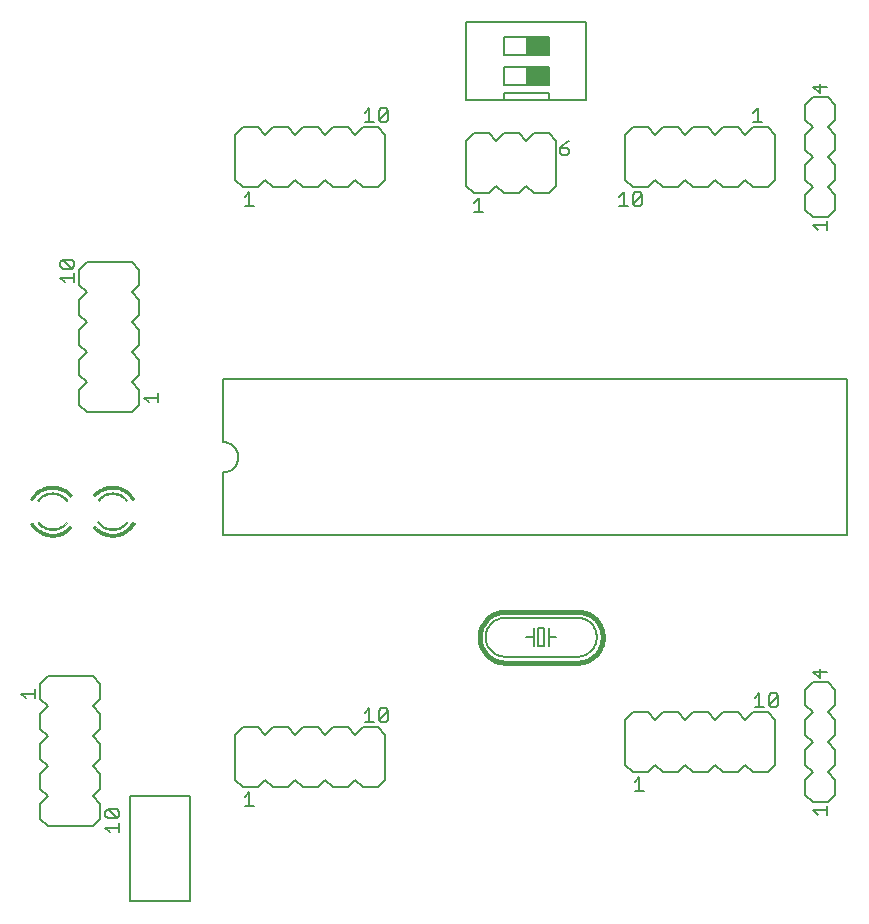
<source format=gto>
G75*
G70*
%OFA0B0*%
%FSLAX24Y24*%
%IPPOS*%
%LPD*%
%AMOC8*
5,1,8,0,0,1.08239X$1,22.5*
%
%ADD10C,0.0060*%
%ADD11R,0.0750X0.0600*%
%ADD12C,0.0160*%
%ADD13C,0.0050*%
%ADD14C,0.0010*%
D10*
X002541Y003150D02*
X002291Y003400D01*
X002291Y003900D01*
X002541Y004150D01*
X002291Y004400D01*
X002291Y004900D01*
X002541Y005150D01*
X002291Y005400D01*
X002291Y005900D01*
X002541Y006150D01*
X002291Y006400D01*
X002291Y006900D01*
X002541Y007150D01*
X002291Y007400D01*
X002291Y007900D01*
X002541Y008150D01*
X004041Y008150D01*
X004291Y007900D01*
X004291Y007400D01*
X004041Y007150D01*
X004291Y006900D01*
X004291Y006400D01*
X004041Y006150D01*
X004291Y005900D01*
X004291Y005400D01*
X004041Y005150D01*
X004291Y004900D01*
X004291Y004400D01*
X004041Y004150D01*
X004291Y003900D01*
X004291Y003400D01*
X004041Y003150D01*
X002541Y003150D01*
X008791Y004700D02*
X009041Y004450D01*
X009541Y004450D01*
X009791Y004700D01*
X010041Y004450D01*
X010541Y004450D01*
X010791Y004700D01*
X011041Y004450D01*
X011541Y004450D01*
X011791Y004700D01*
X012041Y004450D01*
X012541Y004450D01*
X012791Y004700D01*
X013041Y004450D01*
X013541Y004450D01*
X013791Y004700D01*
X013791Y006200D01*
X013541Y006450D01*
X013041Y006450D01*
X012791Y006200D01*
X012541Y006450D01*
X012041Y006450D01*
X011791Y006200D01*
X011541Y006450D01*
X011041Y006450D01*
X010791Y006200D01*
X010541Y006450D01*
X010041Y006450D01*
X009791Y006200D01*
X009541Y006450D01*
X009041Y006450D01*
X008791Y006200D01*
X008791Y004700D01*
X008391Y012850D02*
X029191Y012850D01*
X029191Y018050D01*
X008391Y018050D01*
X008391Y015950D01*
X008435Y015948D01*
X008478Y015942D01*
X008520Y015933D01*
X008562Y015920D01*
X008602Y015903D01*
X008641Y015883D01*
X008678Y015860D01*
X008712Y015833D01*
X008745Y015804D01*
X008774Y015771D01*
X008801Y015737D01*
X008824Y015700D01*
X008844Y015661D01*
X008861Y015621D01*
X008874Y015579D01*
X008883Y015537D01*
X008889Y015494D01*
X008891Y015450D01*
X008889Y015406D01*
X008883Y015363D01*
X008874Y015321D01*
X008861Y015279D01*
X008844Y015239D01*
X008824Y015200D01*
X008801Y015163D01*
X008774Y015129D01*
X008745Y015096D01*
X008712Y015067D01*
X008678Y015040D01*
X008641Y015017D01*
X008602Y014997D01*
X008562Y014980D01*
X008520Y014967D01*
X008478Y014958D01*
X008435Y014952D01*
X008391Y014950D01*
X008391Y012850D01*
X005341Y016950D02*
X005591Y017200D01*
X005591Y017700D01*
X005341Y017950D01*
X005591Y018200D01*
X005591Y018700D01*
X005341Y018950D01*
X005591Y019200D01*
X005591Y019700D01*
X005341Y019950D01*
X005591Y020200D01*
X005591Y020700D01*
X005341Y020950D01*
X005591Y021200D01*
X005591Y021700D01*
X005341Y021950D01*
X003841Y021950D01*
X003591Y021700D01*
X003591Y021200D01*
X003841Y020950D01*
X003591Y020700D01*
X003591Y020200D01*
X003841Y019950D01*
X003591Y019700D01*
X003591Y019200D01*
X003841Y018950D01*
X003591Y018700D01*
X003591Y018200D01*
X003841Y017950D01*
X003591Y017700D01*
X003591Y017200D01*
X003841Y016950D01*
X005341Y016950D01*
X009041Y024450D02*
X009541Y024450D01*
X009791Y024700D01*
X010041Y024450D01*
X010541Y024450D01*
X010791Y024700D01*
X011041Y024450D01*
X011541Y024450D01*
X011791Y024700D01*
X012041Y024450D01*
X012541Y024450D01*
X012791Y024700D01*
X013041Y024450D01*
X013541Y024450D01*
X013791Y024700D01*
X013791Y026200D01*
X013541Y026450D01*
X013041Y026450D01*
X012791Y026200D01*
X012541Y026450D01*
X012041Y026450D01*
X011791Y026200D01*
X011541Y026450D01*
X011041Y026450D01*
X010791Y026200D01*
X010541Y026450D01*
X010041Y026450D01*
X009791Y026200D01*
X009541Y026450D01*
X009041Y026450D01*
X008791Y026200D01*
X008791Y024700D01*
X009041Y024450D01*
X016491Y024500D02*
X016741Y024250D01*
X017241Y024250D01*
X017491Y024500D01*
X017741Y024250D01*
X018241Y024250D01*
X018491Y024500D01*
X018741Y024250D01*
X019241Y024250D01*
X019491Y024500D01*
X019491Y026000D01*
X019241Y026250D01*
X018741Y026250D01*
X018491Y026000D01*
X018241Y026250D01*
X017741Y026250D01*
X017491Y026000D01*
X017241Y026250D01*
X016741Y026250D01*
X016491Y026000D01*
X016491Y024500D01*
X016491Y027350D02*
X017741Y027350D01*
X017741Y027600D01*
X019241Y027600D01*
X019241Y027350D01*
X020491Y027350D01*
X020491Y029950D01*
X016491Y029950D01*
X016491Y027350D01*
X017741Y027350D02*
X019241Y027350D01*
X019241Y027850D02*
X019241Y028450D01*
X017741Y028450D01*
X017741Y027850D01*
X019241Y027850D01*
X019241Y028850D02*
X019241Y029450D01*
X017741Y029450D01*
X017741Y028850D01*
X019241Y028850D01*
X021791Y026200D02*
X022041Y026450D01*
X022541Y026450D01*
X022791Y026200D01*
X023041Y026450D01*
X023541Y026450D01*
X023791Y026200D01*
X024041Y026450D01*
X024541Y026450D01*
X024791Y026200D01*
X025041Y026450D01*
X025541Y026450D01*
X025791Y026200D01*
X026041Y026450D01*
X026541Y026450D01*
X026791Y026200D01*
X026791Y024700D01*
X026541Y024450D01*
X026041Y024450D01*
X025791Y024700D01*
X025541Y024450D01*
X025041Y024450D01*
X024791Y024700D01*
X024541Y024450D01*
X024041Y024450D01*
X023791Y024700D01*
X023541Y024450D01*
X023041Y024450D01*
X022791Y024700D01*
X022541Y024450D01*
X022041Y024450D01*
X021791Y024700D01*
X021791Y026200D01*
X027791Y026200D02*
X027791Y025700D01*
X028041Y025450D01*
X027791Y025200D01*
X027791Y024700D01*
X028041Y024450D01*
X027791Y024200D01*
X027791Y023700D01*
X028041Y023450D01*
X028541Y023450D01*
X028791Y023700D01*
X028791Y024200D01*
X028541Y024450D01*
X028791Y024700D01*
X028791Y025200D01*
X028541Y025450D01*
X028791Y025700D01*
X028791Y026200D01*
X028541Y026450D01*
X028791Y026700D01*
X028791Y027200D01*
X028541Y027450D01*
X028041Y027450D01*
X027791Y027200D01*
X027791Y026700D01*
X028041Y026450D01*
X027791Y026200D01*
X020191Y010100D02*
X017791Y010100D01*
X017741Y010098D01*
X017692Y010092D01*
X017643Y010083D01*
X017595Y010070D01*
X017548Y010053D01*
X017503Y010033D01*
X017459Y010009D01*
X017417Y009982D01*
X017377Y009951D01*
X017340Y009918D01*
X017306Y009882D01*
X017274Y009844D01*
X017245Y009803D01*
X017220Y009761D01*
X017198Y009716D01*
X017179Y009670D01*
X017164Y009622D01*
X017153Y009574D01*
X017145Y009525D01*
X017141Y009475D01*
X017141Y009425D01*
X017145Y009375D01*
X017153Y009326D01*
X017164Y009278D01*
X017179Y009230D01*
X017198Y009184D01*
X017220Y009139D01*
X017245Y009097D01*
X017274Y009056D01*
X017306Y009018D01*
X017340Y008982D01*
X017377Y008949D01*
X017417Y008918D01*
X017459Y008891D01*
X017503Y008867D01*
X017548Y008847D01*
X017595Y008830D01*
X017643Y008817D01*
X017692Y008808D01*
X017741Y008802D01*
X017791Y008800D01*
X020191Y008800D01*
X020241Y008802D01*
X020290Y008808D01*
X020339Y008817D01*
X020387Y008830D01*
X020434Y008847D01*
X020479Y008867D01*
X020523Y008891D01*
X020565Y008918D01*
X020605Y008949D01*
X020642Y008982D01*
X020676Y009018D01*
X020708Y009056D01*
X020737Y009097D01*
X020762Y009139D01*
X020784Y009184D01*
X020803Y009230D01*
X020818Y009278D01*
X020829Y009326D01*
X020837Y009375D01*
X020841Y009425D01*
X020841Y009475D01*
X020837Y009525D01*
X020829Y009574D01*
X020818Y009622D01*
X020803Y009670D01*
X020784Y009716D01*
X020762Y009761D01*
X020737Y009803D01*
X020708Y009844D01*
X020676Y009882D01*
X020642Y009918D01*
X020605Y009951D01*
X020565Y009982D01*
X020523Y010009D01*
X020479Y010033D01*
X020434Y010053D01*
X020387Y010070D01*
X020339Y010083D01*
X020290Y010092D01*
X020241Y010098D01*
X020191Y010100D01*
X019491Y009450D02*
X019241Y009450D01*
X019241Y009750D01*
X019091Y009750D02*
X019091Y009150D01*
X018891Y009150D01*
X018891Y009750D01*
X019091Y009750D01*
X019241Y009450D02*
X019241Y009150D01*
X018741Y009150D02*
X018741Y009450D01*
X018491Y009450D01*
X018741Y009450D02*
X018741Y009750D01*
X021791Y006700D02*
X021791Y005200D01*
X022041Y004950D01*
X022541Y004950D01*
X022791Y005200D01*
X023041Y004950D01*
X023541Y004950D01*
X023791Y005200D01*
X024041Y004950D01*
X024541Y004950D01*
X024791Y005200D01*
X025041Y004950D01*
X025541Y004950D01*
X025791Y005200D01*
X026041Y004950D01*
X026541Y004950D01*
X026791Y005200D01*
X026791Y006700D01*
X026541Y006950D01*
X026041Y006950D01*
X025791Y006700D01*
X025541Y006950D01*
X025041Y006950D01*
X024791Y006700D01*
X024541Y006950D01*
X024041Y006950D01*
X023791Y006700D01*
X023541Y006950D01*
X023041Y006950D01*
X022791Y006700D01*
X022541Y006950D01*
X022041Y006950D01*
X021791Y006700D01*
X027791Y006700D02*
X027791Y006200D01*
X028041Y005950D01*
X027791Y005700D01*
X027791Y005200D01*
X028041Y004950D01*
X027791Y004700D01*
X027791Y004200D01*
X028041Y003950D01*
X028541Y003950D01*
X028791Y004200D01*
X028791Y004700D01*
X028541Y004950D01*
X028791Y005200D01*
X028791Y005700D01*
X028541Y005950D01*
X028791Y006200D01*
X028791Y006700D01*
X028541Y006950D01*
X028791Y007200D01*
X028791Y007700D01*
X028541Y007950D01*
X028041Y007950D01*
X027791Y007700D01*
X027791Y007200D01*
X028041Y006950D01*
X027791Y006700D01*
D11*
X018866Y028150D03*
X018866Y029150D03*
D12*
X017791Y010300D02*
X020191Y010300D01*
X020248Y010298D01*
X020304Y010292D01*
X020360Y010283D01*
X020416Y010270D01*
X020470Y010253D01*
X020523Y010233D01*
X020574Y010209D01*
X020624Y010181D01*
X020672Y010151D01*
X020718Y010117D01*
X020761Y010080D01*
X020802Y010041D01*
X020840Y009999D01*
X020875Y009954D01*
X020907Y009907D01*
X020936Y009858D01*
X020962Y009808D01*
X020984Y009755D01*
X021003Y009702D01*
X021018Y009647D01*
X021029Y009591D01*
X021037Y009535D01*
X021041Y009478D01*
X021041Y009422D01*
X021037Y009365D01*
X021029Y009309D01*
X021018Y009253D01*
X021003Y009198D01*
X020984Y009145D01*
X020962Y009092D01*
X020936Y009042D01*
X020907Y008993D01*
X020875Y008946D01*
X020840Y008901D01*
X020802Y008859D01*
X020761Y008820D01*
X020718Y008783D01*
X020672Y008749D01*
X020624Y008719D01*
X020574Y008691D01*
X020523Y008667D01*
X020470Y008647D01*
X020416Y008630D01*
X020360Y008617D01*
X020304Y008608D01*
X020248Y008602D01*
X020191Y008600D01*
X017791Y008600D01*
X017734Y008602D01*
X017678Y008608D01*
X017622Y008617D01*
X017566Y008630D01*
X017512Y008647D01*
X017459Y008667D01*
X017408Y008691D01*
X017358Y008719D01*
X017310Y008749D01*
X017264Y008783D01*
X017221Y008820D01*
X017180Y008859D01*
X017142Y008901D01*
X017107Y008946D01*
X017075Y008993D01*
X017046Y009042D01*
X017020Y009092D01*
X016998Y009145D01*
X016979Y009198D01*
X016964Y009253D01*
X016953Y009309D01*
X016945Y009365D01*
X016941Y009422D01*
X016941Y009478D01*
X016945Y009535D01*
X016953Y009591D01*
X016964Y009647D01*
X016979Y009702D01*
X016998Y009755D01*
X017020Y009808D01*
X017046Y009858D01*
X017075Y009907D01*
X017107Y009954D01*
X017142Y009999D01*
X017180Y010041D01*
X017221Y010080D01*
X017264Y010117D01*
X017310Y010151D01*
X017358Y010181D01*
X017408Y010209D01*
X017459Y010233D01*
X017512Y010253D01*
X017566Y010270D01*
X017622Y010283D01*
X017678Y010292D01*
X017734Y010298D01*
X017791Y010300D01*
D13*
X013876Y007000D02*
X013876Y006700D01*
X013801Y006625D01*
X013651Y006625D01*
X013576Y006700D01*
X013876Y007000D01*
X013801Y007075D01*
X013651Y007075D01*
X013576Y007000D01*
X013576Y006700D01*
X013416Y006625D02*
X013116Y006625D01*
X013266Y006625D02*
X013266Y007075D01*
X013116Y006925D01*
X009266Y004275D02*
X009266Y003825D01*
X009116Y003825D02*
X009416Y003825D01*
X009116Y004125D02*
X009266Y004275D01*
X007291Y004150D02*
X007291Y000650D01*
X005291Y000650D01*
X005291Y004150D01*
X007291Y004150D01*
X004916Y003639D02*
X004916Y003489D01*
X004841Y003414D01*
X004540Y003714D01*
X004841Y003714D01*
X004916Y003639D01*
X004841Y003414D02*
X004540Y003414D01*
X004465Y003489D01*
X004465Y003639D01*
X004540Y003714D01*
X004916Y003254D02*
X004916Y002954D01*
X004916Y003104D02*
X004465Y003104D01*
X004615Y002954D01*
X002116Y007414D02*
X002116Y007714D01*
X002116Y007564D02*
X001665Y007564D01*
X001815Y007414D01*
X005915Y017275D02*
X005765Y017425D01*
X006216Y017425D01*
X006216Y017275D02*
X006216Y017575D01*
X003416Y021275D02*
X003416Y021575D01*
X003416Y021425D02*
X002965Y021425D01*
X003115Y021275D01*
X003040Y021735D02*
X002965Y021810D01*
X002965Y021960D01*
X003040Y022035D01*
X003341Y021735D01*
X003416Y021810D01*
X003416Y021960D01*
X003341Y022035D01*
X003040Y022035D01*
X003040Y021735D02*
X003341Y021735D01*
X009116Y023825D02*
X009416Y023825D01*
X009266Y023825D02*
X009266Y024275D01*
X009116Y024125D01*
X013116Y026625D02*
X013416Y026625D01*
X013266Y026625D02*
X013266Y027075D01*
X013116Y026925D01*
X013576Y027000D02*
X013576Y026700D01*
X013876Y027000D01*
X013876Y026700D01*
X013801Y026625D01*
X013651Y026625D01*
X013576Y026700D01*
X013576Y027000D02*
X013651Y027075D01*
X013801Y027075D01*
X013876Y027000D01*
X016916Y024075D02*
X016766Y023925D01*
X016916Y024075D02*
X016916Y023625D01*
X016766Y023625D02*
X017066Y023625D01*
X019616Y025600D02*
X019691Y025525D01*
X019841Y025525D01*
X019916Y025600D01*
X019916Y025675D01*
X019841Y025750D01*
X019616Y025750D01*
X019616Y025600D01*
X019616Y025750D02*
X019766Y025900D01*
X019916Y025975D01*
X021745Y024275D02*
X021595Y024125D01*
X021745Y024275D02*
X021745Y023825D01*
X021595Y023825D02*
X021895Y023825D01*
X022055Y023900D02*
X022055Y024200D01*
X022130Y024275D01*
X022280Y024275D01*
X022355Y024200D01*
X022055Y023900D01*
X022130Y023825D01*
X022280Y023825D01*
X022355Y023900D01*
X022355Y024200D01*
X026055Y026625D02*
X026355Y026625D01*
X026205Y026625D02*
X026205Y027075D01*
X026055Y026925D01*
X028065Y027800D02*
X028290Y027575D01*
X028290Y027875D01*
X028065Y027800D02*
X028516Y027800D01*
X028516Y023325D02*
X028516Y023025D01*
X028516Y023175D02*
X028065Y023175D01*
X028215Y023025D01*
X028290Y008375D02*
X028290Y008075D01*
X028065Y008300D01*
X028516Y008300D01*
X026876Y007500D02*
X026876Y007200D01*
X026801Y007125D01*
X026651Y007125D01*
X026576Y007200D01*
X026876Y007500D01*
X026801Y007575D01*
X026651Y007575D01*
X026576Y007500D01*
X026576Y007200D01*
X026416Y007125D02*
X026116Y007125D01*
X026266Y007125D02*
X026266Y007575D01*
X026116Y007425D01*
X028516Y003825D02*
X028516Y003525D01*
X028516Y003675D02*
X028065Y003675D01*
X028215Y003525D01*
X022416Y004325D02*
X022116Y004325D01*
X022266Y004325D02*
X022266Y004775D01*
X022116Y004625D01*
D14*
X005422Y014073D02*
X005344Y014028D01*
X005344Y014029D02*
X005316Y014073D01*
X005285Y014115D01*
X005252Y014155D01*
X005216Y014193D01*
X005177Y014228D01*
X005136Y014260D01*
X005092Y014290D01*
X005047Y014316D01*
X005000Y014339D01*
X004952Y014359D01*
X004902Y014375D01*
X004852Y014388D01*
X004800Y014397D01*
X004748Y014403D01*
X004696Y014405D01*
X004695Y014494D01*
X004696Y014495D01*
X004751Y014493D01*
X004805Y014487D01*
X004860Y014478D01*
X004913Y014465D01*
X004965Y014449D01*
X005017Y014430D01*
X005067Y014407D01*
X005115Y014381D01*
X005162Y014352D01*
X005206Y014320D01*
X005249Y014285D01*
X005289Y014247D01*
X005326Y014207D01*
X005361Y014165D01*
X005393Y014120D01*
X005422Y014074D01*
X005414Y014069D01*
X005386Y014115D01*
X005354Y014159D01*
X005319Y014201D01*
X005282Y014241D01*
X005243Y014278D01*
X005201Y014313D01*
X005157Y014344D01*
X005111Y014373D01*
X005063Y014399D01*
X005013Y014421D01*
X004963Y014441D01*
X004911Y014457D01*
X004858Y014469D01*
X004804Y014478D01*
X004750Y014484D01*
X004696Y014486D01*
X004696Y014477D01*
X004750Y014475D01*
X004803Y014469D01*
X004856Y014460D01*
X004908Y014448D01*
X004960Y014432D01*
X005010Y014413D01*
X005059Y014391D01*
X005106Y014365D01*
X005152Y014337D01*
X005195Y014305D01*
X005237Y014271D01*
X005276Y014235D01*
X005313Y014195D01*
X005347Y014154D01*
X005378Y014110D01*
X005407Y014065D01*
X005399Y014060D01*
X005369Y014108D01*
X005335Y014154D01*
X005299Y014197D01*
X005259Y014238D01*
X005217Y014276D01*
X005173Y014311D01*
X005126Y014343D01*
X005077Y014371D01*
X005026Y014396D01*
X004973Y014418D01*
X004920Y014435D01*
X004865Y014449D01*
X004809Y014459D01*
X004753Y014466D01*
X004696Y014468D01*
X004696Y014459D01*
X004752Y014457D01*
X004808Y014451D01*
X004863Y014441D01*
X004917Y014427D01*
X004970Y014409D01*
X005022Y014388D01*
X005073Y014363D01*
X005121Y014335D01*
X005167Y014304D01*
X005212Y014269D01*
X005253Y014232D01*
X005292Y014191D01*
X005328Y014149D01*
X005361Y014103D01*
X005391Y014056D01*
X005383Y014051D01*
X005354Y014098D01*
X005321Y014143D01*
X005285Y014185D01*
X005247Y014225D01*
X005206Y014262D01*
X005162Y014297D01*
X005116Y014328D01*
X005068Y014355D01*
X005019Y014380D01*
X004967Y014401D01*
X004915Y014418D01*
X004861Y014432D01*
X004806Y014442D01*
X004751Y014448D01*
X004696Y014450D01*
X004696Y014441D01*
X004751Y014439D01*
X004805Y014433D01*
X004859Y014423D01*
X004912Y014409D01*
X004964Y014392D01*
X005015Y014372D01*
X005064Y014347D01*
X005111Y014320D01*
X005157Y014289D01*
X005200Y014256D01*
X005241Y014219D01*
X005279Y014179D01*
X005314Y014137D01*
X005346Y014093D01*
X005375Y014047D01*
X005367Y014042D01*
X005339Y014088D01*
X005307Y014132D01*
X005272Y014173D01*
X005234Y014212D01*
X005194Y014249D01*
X005152Y014282D01*
X005107Y014312D01*
X005060Y014340D01*
X005011Y014363D01*
X004961Y014384D01*
X004910Y014401D01*
X004857Y014414D01*
X004804Y014424D01*
X004750Y014430D01*
X004696Y014432D01*
X004696Y014423D01*
X004749Y014421D01*
X004803Y014415D01*
X004855Y014405D01*
X004907Y014392D01*
X004958Y014375D01*
X005008Y014355D01*
X005056Y014332D01*
X005102Y014305D01*
X005146Y014275D01*
X005188Y014242D01*
X005228Y014206D01*
X005265Y014167D01*
X005300Y014126D01*
X005331Y014083D01*
X005360Y014038D01*
X005352Y014033D01*
X005324Y014078D01*
X005293Y014121D01*
X005259Y014161D01*
X005222Y014199D01*
X005183Y014235D01*
X005141Y014267D01*
X005097Y014297D01*
X005051Y014324D01*
X005004Y014347D01*
X004955Y014367D01*
X004905Y014384D01*
X004853Y014397D01*
X004801Y014406D01*
X004749Y014412D01*
X004696Y014414D01*
X004687Y014494D02*
X004687Y014404D01*
X004686Y014405D02*
X004632Y014403D01*
X004579Y014397D01*
X004526Y014387D01*
X004474Y014373D01*
X004423Y014356D01*
X004373Y014335D01*
X004325Y014311D01*
X004279Y014283D01*
X004235Y014252D01*
X004194Y014218D01*
X004154Y014181D01*
X004118Y014142D01*
X004050Y014199D01*
X004049Y014200D01*
X004087Y014241D01*
X004127Y014279D01*
X004170Y014315D01*
X004215Y014348D01*
X004262Y014378D01*
X004310Y014404D01*
X004361Y014428D01*
X004413Y014448D01*
X004466Y014464D01*
X004520Y014478D01*
X004575Y014487D01*
X004630Y014493D01*
X004686Y014495D01*
X004686Y014486D01*
X004631Y014484D01*
X004576Y014478D01*
X004522Y014469D01*
X004468Y014456D01*
X004416Y014439D01*
X004364Y014420D01*
X004314Y014396D01*
X004266Y014370D01*
X004220Y014340D01*
X004175Y014308D01*
X004133Y014273D01*
X004093Y014234D01*
X004056Y014194D01*
X004063Y014188D01*
X004100Y014228D01*
X004139Y014266D01*
X004181Y014301D01*
X004225Y014333D01*
X004271Y014362D01*
X004319Y014388D01*
X004368Y014411D01*
X004419Y014431D01*
X004471Y014447D01*
X004524Y014460D01*
X004577Y014469D01*
X004632Y014475D01*
X004686Y014477D01*
X004686Y014468D01*
X004632Y014466D01*
X004579Y014460D01*
X004526Y014451D01*
X004473Y014438D01*
X004422Y014422D01*
X004371Y014403D01*
X004323Y014380D01*
X004275Y014355D01*
X004230Y014326D01*
X004186Y014294D01*
X004145Y014259D01*
X004106Y014222D01*
X004070Y014182D01*
X004077Y014176D01*
X004113Y014216D01*
X004151Y014253D01*
X004192Y014287D01*
X004235Y014318D01*
X004280Y014347D01*
X004327Y014372D01*
X004375Y014395D01*
X004425Y014414D01*
X004476Y014430D01*
X004527Y014442D01*
X004580Y014451D01*
X004633Y014457D01*
X004686Y014459D01*
X004686Y014450D01*
X004633Y014448D01*
X004581Y014442D01*
X004529Y014433D01*
X004478Y014421D01*
X004428Y014405D01*
X004378Y014386D01*
X004331Y014364D01*
X004284Y014339D01*
X004240Y014311D01*
X004198Y014280D01*
X004157Y014246D01*
X004119Y014209D01*
X004084Y014171D01*
X004090Y014165D01*
X004126Y014203D01*
X004163Y014239D01*
X004203Y014273D01*
X004245Y014303D01*
X004289Y014331D01*
X004335Y014356D01*
X004382Y014378D01*
X004431Y014397D01*
X004480Y014412D01*
X004531Y014425D01*
X004582Y014433D01*
X004634Y014439D01*
X004686Y014441D01*
X004686Y014432D01*
X004630Y014430D01*
X004575Y014423D01*
X004520Y014413D01*
X004466Y014399D01*
X004413Y014381D01*
X004362Y014359D01*
X004312Y014334D01*
X004264Y014305D01*
X004219Y014273D01*
X004176Y014238D01*
X004135Y014200D01*
X004097Y014159D01*
X004104Y014153D01*
X004141Y014194D01*
X004182Y014231D01*
X004224Y014266D01*
X004269Y014298D01*
X004317Y014326D01*
X004366Y014351D01*
X004417Y014373D01*
X004469Y014390D01*
X004522Y014404D01*
X004576Y014414D01*
X004631Y014421D01*
X004686Y014423D01*
X004686Y014414D01*
X004632Y014412D01*
X004577Y014406D01*
X004524Y014396D01*
X004471Y014382D01*
X004420Y014364D01*
X004370Y014343D01*
X004321Y014318D01*
X004274Y014290D01*
X004230Y014259D01*
X004188Y014225D01*
X004148Y014187D01*
X004111Y014147D01*
X004696Y012806D02*
X004696Y012896D01*
X004696Y012895D02*
X004750Y012897D01*
X004803Y012903D01*
X004856Y012913D01*
X004908Y012927D01*
X004959Y012944D01*
X005008Y012965D01*
X005056Y012989D01*
X005102Y013017D01*
X005146Y013048D01*
X005188Y013082D01*
X005227Y013118D01*
X005264Y013158D01*
X005297Y013200D01*
X005328Y013244D01*
X005355Y013290D01*
X005434Y013248D01*
X005406Y013199D01*
X005374Y013153D01*
X005339Y013108D01*
X005302Y013066D01*
X005261Y013027D01*
X005218Y012990D01*
X005173Y012956D01*
X005126Y012925D01*
X005076Y012898D01*
X005025Y012874D01*
X004973Y012853D01*
X004919Y012836D01*
X004864Y012823D01*
X004809Y012813D01*
X004752Y012807D01*
X004696Y012805D01*
X004696Y012814D01*
X004752Y012816D01*
X004807Y012822D01*
X004862Y012832D01*
X004917Y012845D01*
X004970Y012862D01*
X005022Y012882D01*
X005072Y012906D01*
X005121Y012933D01*
X005168Y012963D01*
X005213Y012997D01*
X005255Y013033D01*
X005295Y013072D01*
X005332Y013114D01*
X005367Y013158D01*
X005398Y013204D01*
X005426Y013252D01*
X005418Y013256D01*
X005390Y013209D01*
X005359Y013163D01*
X005325Y013120D01*
X005289Y013078D01*
X005249Y013040D01*
X005207Y013004D01*
X005163Y012971D01*
X005117Y012941D01*
X005068Y012914D01*
X005018Y012891D01*
X004967Y012870D01*
X004914Y012854D01*
X004861Y012841D01*
X004806Y012831D01*
X004751Y012825D01*
X004696Y012823D01*
X004696Y012832D01*
X004751Y012834D01*
X004805Y012840D01*
X004859Y012849D01*
X004912Y012862D01*
X004964Y012879D01*
X005015Y012899D01*
X005064Y012922D01*
X005112Y012949D01*
X005158Y012978D01*
X005202Y013011D01*
X005243Y013046D01*
X005282Y013085D01*
X005319Y013125D01*
X005352Y013168D01*
X005383Y013214D01*
X005410Y013261D01*
X005402Y013265D01*
X005375Y013218D01*
X005345Y013174D01*
X005312Y013131D01*
X005276Y013091D01*
X005237Y013053D01*
X005196Y013018D01*
X005153Y012986D01*
X005107Y012956D01*
X005060Y012930D01*
X005011Y012907D01*
X004961Y012887D01*
X004909Y012871D01*
X004857Y012858D01*
X004804Y012849D01*
X004750Y012843D01*
X004696Y012841D01*
X004696Y012850D01*
X004749Y012852D01*
X004803Y012858D01*
X004855Y012867D01*
X004907Y012880D01*
X004958Y012896D01*
X005008Y012915D01*
X005056Y012938D01*
X005103Y012964D01*
X005147Y012993D01*
X005190Y013025D01*
X005231Y013060D01*
X005269Y013097D01*
X005305Y013137D01*
X005338Y013179D01*
X005368Y013223D01*
X005395Y013269D01*
X005387Y013273D01*
X005360Y013228D01*
X005330Y013184D01*
X005298Y013143D01*
X005263Y013103D01*
X005225Y013066D01*
X005185Y013032D01*
X005142Y013000D01*
X005098Y012972D01*
X005052Y012946D01*
X005004Y012924D01*
X004955Y012904D01*
X004905Y012888D01*
X004853Y012876D01*
X004801Y012867D01*
X004749Y012861D01*
X004696Y012859D01*
X004696Y012868D01*
X004752Y012870D01*
X004807Y012877D01*
X004862Y012887D01*
X004916Y012901D01*
X004968Y012919D01*
X005020Y012940D01*
X005069Y012966D01*
X005117Y012994D01*
X005163Y013026D01*
X005206Y013061D01*
X005246Y013099D01*
X005284Y013140D01*
X005319Y013184D01*
X005350Y013230D01*
X005379Y013278D01*
X005371Y013282D01*
X005343Y013234D01*
X005312Y013189D01*
X005277Y013146D01*
X005240Y013106D01*
X005200Y013068D01*
X005157Y013033D01*
X005112Y013002D01*
X005065Y012973D01*
X005016Y012949D01*
X004965Y012927D01*
X004913Y012910D01*
X004860Y012896D01*
X004806Y012886D01*
X004751Y012879D01*
X004696Y012877D01*
X004696Y012886D01*
X004750Y012888D01*
X004804Y012894D01*
X004858Y012904D01*
X004910Y012918D01*
X004962Y012936D01*
X005012Y012957D01*
X005061Y012981D01*
X005107Y013009D01*
X005152Y013041D01*
X005194Y013075D01*
X005233Y013112D01*
X005270Y013152D01*
X005304Y013194D01*
X005335Y013239D01*
X005363Y013286D01*
X004046Y013106D02*
X004115Y013163D01*
X004114Y013163D02*
X004151Y013123D01*
X004190Y013085D01*
X004232Y013051D01*
X004276Y013019D01*
X004322Y012991D01*
X004371Y012966D01*
X004421Y012945D01*
X004472Y012927D01*
X004525Y012914D01*
X004578Y012904D01*
X004632Y012897D01*
X004686Y012895D01*
X004687Y012806D01*
X004686Y012805D01*
X004630Y012807D01*
X004574Y012813D01*
X004519Y012823D01*
X004464Y012836D01*
X004411Y012853D01*
X004358Y012873D01*
X004307Y012897D01*
X004258Y012924D01*
X004211Y012955D01*
X004166Y012988D01*
X004123Y013024D01*
X004083Y013063D01*
X004045Y013105D01*
X004052Y013111D01*
X004089Y013070D01*
X004129Y013031D01*
X004171Y012995D01*
X004216Y012962D01*
X004263Y012932D01*
X004311Y012905D01*
X004362Y012882D01*
X004414Y012861D01*
X004467Y012845D01*
X004521Y012832D01*
X004575Y012822D01*
X004630Y012816D01*
X004686Y012814D01*
X004686Y012823D01*
X004631Y012825D01*
X004576Y012831D01*
X004522Y012840D01*
X004469Y012853D01*
X004417Y012870D01*
X004365Y012890D01*
X004316Y012913D01*
X004267Y012940D01*
X004221Y012969D01*
X004177Y013002D01*
X004135Y013038D01*
X004096Y013076D01*
X004059Y013117D01*
X004066Y013122D01*
X004102Y013082D01*
X004141Y013044D01*
X004183Y013009D01*
X004226Y012977D01*
X004272Y012947D01*
X004320Y012921D01*
X004369Y012898D01*
X004419Y012878D01*
X004471Y012862D01*
X004524Y012849D01*
X004578Y012840D01*
X004632Y012834D01*
X004686Y012832D01*
X004686Y012841D01*
X004632Y012843D01*
X004579Y012849D01*
X004526Y012858D01*
X004474Y012871D01*
X004422Y012887D01*
X004372Y012906D01*
X004324Y012929D01*
X004277Y012955D01*
X004231Y012984D01*
X004188Y013016D01*
X004147Y013051D01*
X004109Y013088D01*
X004073Y013128D01*
X004080Y013134D01*
X004115Y013095D01*
X004153Y013058D01*
X004194Y013023D01*
X004237Y012992D01*
X004281Y012963D01*
X004328Y012937D01*
X004376Y012915D01*
X004425Y012895D01*
X004476Y012879D01*
X004528Y012867D01*
X004580Y012858D01*
X004633Y012852D01*
X004686Y012850D01*
X004686Y012859D01*
X004634Y012861D01*
X004581Y012867D01*
X004530Y012876D01*
X004479Y012888D01*
X004428Y012904D01*
X004379Y012923D01*
X004332Y012945D01*
X004286Y012971D01*
X004242Y012999D01*
X004200Y013030D01*
X004159Y013064D01*
X004122Y013101D01*
X004087Y013140D01*
X004093Y013146D01*
X004128Y013107D01*
X004166Y013071D01*
X004205Y013037D01*
X004247Y013006D01*
X004291Y012978D01*
X004336Y012953D01*
X004383Y012931D01*
X004431Y012912D01*
X004481Y012897D01*
X004531Y012884D01*
X004582Y012876D01*
X004634Y012870D01*
X004686Y012868D01*
X004686Y012877D01*
X004635Y012879D01*
X004584Y012884D01*
X004533Y012893D01*
X004483Y012905D01*
X004434Y012921D01*
X004387Y012939D01*
X004340Y012961D01*
X004295Y012986D01*
X004252Y013014D01*
X004211Y013044D01*
X004172Y013077D01*
X004135Y013113D01*
X004100Y013151D01*
X004107Y013157D01*
X004144Y013116D01*
X004184Y013078D01*
X004226Y013044D01*
X004271Y013012D01*
X004318Y012983D01*
X004367Y012958D01*
X004418Y012937D01*
X004469Y012919D01*
X004523Y012905D01*
X004577Y012895D01*
X004631Y012888D01*
X004686Y012886D01*
X005181Y014037D02*
X005141Y014006D01*
X005142Y014007D02*
X005111Y014042D01*
X005078Y014075D01*
X005043Y014105D01*
X005004Y014132D01*
X004964Y014156D01*
X004922Y014176D01*
X004879Y014193D01*
X004834Y014207D01*
X004789Y014217D01*
X004743Y014223D01*
X004696Y014225D01*
X004695Y014274D01*
X004696Y014275D01*
X004742Y014273D01*
X004789Y014267D01*
X004834Y014258D01*
X004879Y014246D01*
X004923Y014230D01*
X004966Y014211D01*
X005007Y014189D01*
X005046Y014164D01*
X005083Y014137D01*
X005118Y014106D01*
X005151Y014073D01*
X005181Y014038D01*
X005174Y014032D01*
X005144Y014067D01*
X005112Y014100D01*
X005078Y014130D01*
X005041Y014157D01*
X005002Y014182D01*
X004962Y014203D01*
X004920Y014222D01*
X004877Y014237D01*
X004832Y014250D01*
X004787Y014258D01*
X004742Y014264D01*
X004696Y014266D01*
X004696Y014257D01*
X004741Y014255D01*
X004786Y014250D01*
X004830Y014241D01*
X004874Y014229D01*
X004916Y014214D01*
X004958Y014195D01*
X004998Y014174D01*
X005036Y014150D01*
X005072Y014123D01*
X005106Y014093D01*
X005138Y014061D01*
X005167Y014027D01*
X005160Y014021D01*
X005128Y014058D01*
X005094Y014092D01*
X005057Y014123D01*
X005017Y014151D01*
X004975Y014176D01*
X004932Y014197D01*
X004887Y014215D01*
X004840Y014229D01*
X004793Y014239D01*
X004744Y014246D01*
X004696Y014248D01*
X004696Y014239D01*
X004744Y014237D01*
X004791Y014230D01*
X004838Y014220D01*
X004884Y014207D01*
X004928Y014189D01*
X004971Y014168D01*
X005012Y014144D01*
X005051Y014116D01*
X005088Y014085D01*
X005122Y014052D01*
X005153Y014016D01*
X005146Y014010D01*
X005115Y014046D01*
X005082Y014079D01*
X005046Y014109D01*
X005007Y014136D01*
X004967Y014160D01*
X004924Y014181D01*
X004881Y014198D01*
X004836Y014212D01*
X004790Y014222D01*
X004743Y014228D01*
X004696Y014230D01*
X004687Y014274D02*
X004687Y014224D01*
X004686Y014225D02*
X004639Y014223D01*
X004593Y014217D01*
X004548Y014207D01*
X004503Y014193D01*
X004460Y014176D01*
X004418Y014156D01*
X004378Y014132D01*
X004339Y014105D01*
X004304Y014075D01*
X004271Y014042D01*
X004240Y014007D01*
X004201Y014037D01*
X004201Y014038D01*
X004231Y014073D01*
X004264Y014106D01*
X004299Y014137D01*
X004336Y014164D01*
X004375Y014189D01*
X004416Y014211D01*
X004459Y014230D01*
X004503Y014246D01*
X004548Y014258D01*
X004593Y014267D01*
X004640Y014273D01*
X004686Y014275D01*
X004686Y014266D01*
X004640Y014264D01*
X004595Y014258D01*
X004550Y014250D01*
X004505Y014237D01*
X004462Y014222D01*
X004420Y014203D01*
X004380Y014182D01*
X004341Y014157D01*
X004304Y014130D01*
X004270Y014100D01*
X004238Y014067D01*
X004208Y014032D01*
X004215Y014027D01*
X004244Y014061D01*
X004276Y014093D01*
X004310Y014123D01*
X004346Y014150D01*
X004384Y014174D01*
X004424Y014195D01*
X004466Y014214D01*
X004508Y014229D01*
X004552Y014241D01*
X004596Y014250D01*
X004641Y014255D01*
X004686Y014257D01*
X004686Y014248D01*
X004638Y014246D01*
X004589Y014239D01*
X004542Y014229D01*
X004495Y014215D01*
X004450Y014197D01*
X004407Y014176D01*
X004365Y014151D01*
X004325Y014123D01*
X004288Y014092D01*
X004254Y014058D01*
X004222Y014021D01*
X004229Y014016D01*
X004260Y014052D01*
X004294Y014085D01*
X004331Y014116D01*
X004370Y014144D01*
X004411Y014168D01*
X004454Y014189D01*
X004498Y014207D01*
X004544Y014220D01*
X004591Y014230D01*
X004638Y014237D01*
X004686Y014239D01*
X004686Y014230D01*
X004639Y014228D01*
X004592Y014222D01*
X004546Y014212D01*
X004501Y014198D01*
X004458Y014181D01*
X004415Y014160D01*
X004375Y014136D01*
X004336Y014109D01*
X004300Y014079D01*
X004267Y014046D01*
X004236Y014010D01*
X004695Y013026D02*
X004695Y013076D01*
X004696Y013075D02*
X004740Y013077D01*
X004783Y013082D01*
X004826Y013091D01*
X004868Y013103D01*
X004908Y013118D01*
X004948Y013136D01*
X004986Y013157D01*
X005023Y013180D01*
X005058Y013207D01*
X005090Y013236D01*
X005120Y013267D01*
X005148Y013301D01*
X005187Y013272D01*
X005188Y013271D01*
X005158Y013234D01*
X005125Y013200D01*
X005090Y013169D01*
X005052Y013140D01*
X005012Y013114D01*
X004971Y013091D01*
X004927Y013071D01*
X004883Y013055D01*
X004837Y013042D01*
X004791Y013033D01*
X004743Y013027D01*
X004696Y013025D01*
X004696Y013034D01*
X004743Y013036D01*
X004789Y013042D01*
X004835Y013051D01*
X004880Y013064D01*
X004924Y013080D01*
X004966Y013099D01*
X005007Y013122D01*
X005047Y013147D01*
X005084Y013175D01*
X005119Y013207D01*
X005151Y013240D01*
X005181Y013276D01*
X005174Y013282D01*
X005144Y013246D01*
X005112Y013213D01*
X005078Y013182D01*
X005041Y013154D01*
X005003Y013129D01*
X004962Y013107D01*
X004921Y013088D01*
X004877Y013072D01*
X004833Y013060D01*
X004788Y013051D01*
X004742Y013045D01*
X004696Y013043D01*
X004696Y013052D01*
X004741Y013054D01*
X004786Y013060D01*
X004831Y013069D01*
X004874Y013081D01*
X004917Y013096D01*
X004958Y013115D01*
X004998Y013137D01*
X005036Y013162D01*
X005072Y013189D01*
X005106Y013220D01*
X005138Y013252D01*
X005166Y013287D01*
X005159Y013293D01*
X005131Y013258D01*
X005100Y013226D01*
X005066Y013196D01*
X005031Y013169D01*
X004994Y013145D01*
X004954Y013123D01*
X004914Y013105D01*
X004872Y013089D01*
X004829Y013077D01*
X004785Y013069D01*
X004741Y013063D01*
X004696Y013061D01*
X004696Y013070D01*
X004740Y013072D01*
X004784Y013077D01*
X004827Y013086D01*
X004869Y013098D01*
X004910Y013113D01*
X004950Y013131D01*
X004989Y013152D01*
X005026Y013176D01*
X005061Y013203D01*
X005094Y013232D01*
X005124Y013264D01*
X005152Y013298D01*
X004186Y013283D02*
X004227Y013312D01*
X004226Y013312D02*
X004254Y013277D01*
X004284Y013244D01*
X004317Y013213D01*
X004352Y013186D01*
X004389Y013161D01*
X004428Y013139D01*
X004468Y013120D01*
X004510Y013104D01*
X004553Y013092D01*
X004597Y013083D01*
X004641Y013077D01*
X004686Y013075D01*
X004687Y013026D01*
X004686Y013025D01*
X004637Y013027D01*
X004589Y013033D01*
X004541Y013043D01*
X004495Y013057D01*
X004449Y013074D01*
X004405Y013094D01*
X004363Y013118D01*
X004322Y013145D01*
X004284Y013176D01*
X004248Y013209D01*
X004215Y013244D01*
X004185Y013283D01*
X004193Y013288D01*
X004222Y013250D01*
X004255Y013215D01*
X004290Y013182D01*
X004328Y013153D01*
X004367Y013126D01*
X004409Y013102D01*
X004453Y013082D01*
X004497Y013065D01*
X004544Y013052D01*
X004591Y013042D01*
X004638Y013036D01*
X004686Y013034D01*
X004686Y013043D01*
X004639Y013045D01*
X004592Y013051D01*
X004546Y013061D01*
X004500Y013074D01*
X004456Y013090D01*
X004413Y013110D01*
X004372Y013134D01*
X004333Y013160D01*
X004296Y013189D01*
X004261Y013221D01*
X004229Y013256D01*
X004200Y013293D01*
X004207Y013298D01*
X004236Y013262D01*
X004268Y013228D01*
X004302Y013196D01*
X004338Y013167D01*
X004377Y013141D01*
X004417Y013118D01*
X004460Y013099D01*
X004503Y013082D01*
X004548Y013069D01*
X004593Y013060D01*
X004640Y013054D01*
X004686Y013052D01*
X004686Y013061D01*
X004640Y013063D01*
X004595Y013069D01*
X004550Y013078D01*
X004506Y013091D01*
X004463Y013107D01*
X004421Y013126D01*
X004382Y013149D01*
X004344Y013174D01*
X004308Y013203D01*
X004274Y013234D01*
X004243Y013268D01*
X004215Y013304D01*
X004222Y013309D01*
X004250Y013273D01*
X004280Y013240D01*
X004314Y013210D01*
X004349Y013182D01*
X004386Y013156D01*
X004426Y013134D01*
X004466Y013115D01*
X004509Y013099D01*
X004552Y013087D01*
X004596Y013078D01*
X004641Y013072D01*
X004686Y013070D01*
X002686Y014494D02*
X002686Y014404D01*
X002686Y014405D02*
X002632Y014403D01*
X002579Y014397D01*
X002526Y014387D01*
X002474Y014373D01*
X002423Y014356D01*
X002374Y014335D01*
X002326Y014311D01*
X002280Y014283D01*
X002236Y014252D01*
X002194Y014218D01*
X002155Y014182D01*
X002118Y014142D01*
X002085Y014100D01*
X002054Y014056D01*
X002027Y014010D01*
X001948Y014052D01*
X001976Y014101D01*
X002008Y014147D01*
X002043Y014192D01*
X002080Y014234D01*
X002121Y014273D01*
X002164Y014310D01*
X002209Y014344D01*
X002256Y014375D01*
X002306Y014402D01*
X002357Y014426D01*
X002409Y014447D01*
X002463Y014464D01*
X002518Y014477D01*
X002573Y014487D01*
X002630Y014493D01*
X002686Y014495D01*
X002686Y014486D01*
X002630Y014484D01*
X002575Y014478D01*
X002520Y014468D01*
X002465Y014455D01*
X002412Y014438D01*
X002360Y014418D01*
X002310Y014394D01*
X002261Y014367D01*
X002214Y014337D01*
X002169Y014303D01*
X002127Y014267D01*
X002087Y014228D01*
X002050Y014186D01*
X002015Y014142D01*
X001984Y014096D01*
X001956Y014048D01*
X001964Y014044D01*
X001992Y014091D01*
X002023Y014137D01*
X002057Y014180D01*
X002093Y014222D01*
X002133Y014260D01*
X002175Y014296D01*
X002219Y014329D01*
X002265Y014359D01*
X002314Y014386D01*
X002364Y014409D01*
X002415Y014430D01*
X002468Y014446D01*
X002521Y014459D01*
X002576Y014469D01*
X002631Y014475D01*
X002686Y014477D01*
X002686Y014468D01*
X002631Y014466D01*
X002577Y014460D01*
X002523Y014451D01*
X002470Y014438D01*
X002418Y014421D01*
X002367Y014401D01*
X002318Y014378D01*
X002270Y014351D01*
X002224Y014322D01*
X002180Y014289D01*
X002139Y014254D01*
X002100Y014215D01*
X002063Y014175D01*
X002030Y014132D01*
X001999Y014086D01*
X001972Y014039D01*
X001980Y014035D01*
X002007Y014082D01*
X002037Y014126D01*
X002070Y014169D01*
X002106Y014209D01*
X002145Y014247D01*
X002186Y014282D01*
X002229Y014314D01*
X002275Y014344D01*
X002322Y014370D01*
X002371Y014393D01*
X002421Y014413D01*
X002473Y014429D01*
X002525Y014442D01*
X002578Y014451D01*
X002632Y014457D01*
X002686Y014459D01*
X002686Y014450D01*
X002633Y014448D01*
X002579Y014442D01*
X002527Y014433D01*
X002475Y014420D01*
X002424Y014404D01*
X002374Y014385D01*
X002326Y014362D01*
X002279Y014336D01*
X002235Y014307D01*
X002192Y014275D01*
X002151Y014240D01*
X002113Y014203D01*
X002077Y014163D01*
X002044Y014121D01*
X002014Y014077D01*
X001987Y014031D01*
X001995Y014027D01*
X002022Y014072D01*
X002052Y014116D01*
X002084Y014157D01*
X002119Y014197D01*
X002157Y014234D01*
X002197Y014268D01*
X002240Y014300D01*
X002284Y014328D01*
X002330Y014354D01*
X002378Y014376D01*
X002427Y014396D01*
X002477Y014412D01*
X002529Y014424D01*
X002581Y014433D01*
X002633Y014439D01*
X002686Y014441D01*
X002686Y014432D01*
X002630Y014430D01*
X002575Y014423D01*
X002520Y014413D01*
X002466Y014399D01*
X002414Y014381D01*
X002362Y014360D01*
X002313Y014334D01*
X002265Y014306D01*
X002219Y014274D01*
X002176Y014239D01*
X002136Y014201D01*
X002098Y014160D01*
X002063Y014116D01*
X002032Y014070D01*
X002003Y014022D01*
X002011Y014018D01*
X002039Y014066D01*
X002070Y014111D01*
X002105Y014154D01*
X002142Y014194D01*
X002182Y014232D01*
X002225Y014267D01*
X002270Y014298D01*
X002317Y014327D01*
X002366Y014351D01*
X002417Y014373D01*
X002469Y014390D01*
X002522Y014404D01*
X002576Y014414D01*
X002631Y014421D01*
X002686Y014423D01*
X002686Y014414D01*
X002632Y014412D01*
X002578Y014406D01*
X002524Y014396D01*
X002472Y014382D01*
X002420Y014364D01*
X002370Y014343D01*
X002321Y014319D01*
X002275Y014291D01*
X002230Y014259D01*
X002188Y014225D01*
X002149Y014188D01*
X002112Y014148D01*
X002078Y014106D01*
X002047Y014061D01*
X002019Y014014D01*
X001960Y013227D02*
X002038Y013272D01*
X002038Y013271D02*
X002066Y013227D01*
X002097Y013185D01*
X002130Y013145D01*
X002166Y013107D01*
X002205Y013072D01*
X002246Y013040D01*
X002290Y013010D01*
X002335Y012984D01*
X002382Y012961D01*
X002430Y012941D01*
X002480Y012925D01*
X002530Y012912D01*
X002582Y012903D01*
X002634Y012897D01*
X002686Y012895D01*
X002687Y012806D01*
X002686Y012805D01*
X002631Y012807D01*
X002577Y012813D01*
X002522Y012822D01*
X002469Y012835D01*
X002417Y012851D01*
X002365Y012870D01*
X002315Y012893D01*
X002267Y012919D01*
X002220Y012948D01*
X002176Y012980D01*
X002133Y013015D01*
X002093Y013053D01*
X002056Y013093D01*
X002021Y013135D01*
X001989Y013180D01*
X001960Y013226D01*
X001968Y013231D01*
X001996Y013185D01*
X002028Y013141D01*
X002063Y013099D01*
X002100Y013059D01*
X002139Y013022D01*
X002181Y012987D01*
X002225Y012956D01*
X002271Y012927D01*
X002319Y012901D01*
X002369Y012879D01*
X002419Y012859D01*
X002471Y012843D01*
X002524Y012831D01*
X002578Y012822D01*
X002632Y012816D01*
X002686Y012814D01*
X002686Y012823D01*
X002632Y012825D01*
X002579Y012831D01*
X002526Y012840D01*
X002474Y012852D01*
X002422Y012868D01*
X002372Y012887D01*
X002323Y012909D01*
X002276Y012935D01*
X002230Y012963D01*
X002187Y012995D01*
X002145Y013029D01*
X002106Y013065D01*
X002069Y013105D01*
X002035Y013146D01*
X002004Y013190D01*
X001975Y013235D01*
X001983Y013240D01*
X002013Y013192D01*
X002047Y013146D01*
X002083Y013103D01*
X002123Y013062D01*
X002165Y013024D01*
X002209Y012989D01*
X002256Y012957D01*
X002305Y012929D01*
X002356Y012904D01*
X002409Y012882D01*
X002462Y012865D01*
X002517Y012851D01*
X002573Y012841D01*
X002629Y012834D01*
X002686Y012832D01*
X002686Y012841D01*
X002630Y012843D01*
X002574Y012849D01*
X002519Y012859D01*
X002465Y012873D01*
X002412Y012891D01*
X002360Y012912D01*
X002309Y012937D01*
X002261Y012965D01*
X002215Y012996D01*
X002170Y013031D01*
X002129Y013068D01*
X002090Y013109D01*
X002054Y013151D01*
X002021Y013197D01*
X001991Y013244D01*
X001999Y013249D01*
X002028Y013202D01*
X002061Y013157D01*
X002097Y013115D01*
X002135Y013075D01*
X002176Y013038D01*
X002220Y013003D01*
X002266Y012972D01*
X002314Y012945D01*
X002363Y012920D01*
X002415Y012899D01*
X002467Y012882D01*
X002521Y012868D01*
X002576Y012858D01*
X002631Y012852D01*
X002686Y012850D01*
X002686Y012859D01*
X002631Y012861D01*
X002577Y012867D01*
X002523Y012877D01*
X002470Y012891D01*
X002418Y012908D01*
X002367Y012928D01*
X002318Y012953D01*
X002271Y012980D01*
X002225Y013011D01*
X002182Y013044D01*
X002141Y013081D01*
X002103Y013121D01*
X002068Y013163D01*
X002036Y013207D01*
X002007Y013253D01*
X002015Y013258D01*
X002043Y013212D01*
X002075Y013168D01*
X002110Y013127D01*
X002148Y013088D01*
X002188Y013051D01*
X002230Y013018D01*
X002275Y012988D01*
X002322Y012960D01*
X002371Y012937D01*
X002421Y012916D01*
X002472Y012899D01*
X002525Y012886D01*
X002578Y012876D01*
X002632Y012870D01*
X002686Y012868D01*
X002686Y012877D01*
X002633Y012879D01*
X002579Y012885D01*
X002527Y012895D01*
X002475Y012908D01*
X002424Y012925D01*
X002374Y012945D01*
X002326Y012968D01*
X002280Y012995D01*
X002236Y013025D01*
X002194Y013058D01*
X002154Y013094D01*
X002117Y013133D01*
X002082Y013174D01*
X002051Y013217D01*
X002022Y013262D01*
X002030Y013267D01*
X002058Y013222D01*
X002089Y013179D01*
X002123Y013139D01*
X002160Y013101D01*
X002199Y013065D01*
X002241Y013033D01*
X002285Y013003D01*
X002331Y012976D01*
X002378Y012953D01*
X002427Y012933D01*
X002477Y012916D01*
X002529Y012903D01*
X002581Y012894D01*
X002633Y012888D01*
X002686Y012886D01*
X002695Y012806D02*
X002695Y012896D01*
X002696Y012895D02*
X002750Y012897D01*
X002803Y012903D01*
X002856Y012913D01*
X002908Y012927D01*
X002959Y012944D01*
X003009Y012965D01*
X003057Y012989D01*
X003103Y013017D01*
X003147Y013048D01*
X003188Y013082D01*
X003228Y013119D01*
X003264Y013158D01*
X003332Y013101D01*
X003333Y013100D01*
X003295Y013059D01*
X003255Y013021D01*
X003212Y012985D01*
X003167Y012952D01*
X003120Y012922D01*
X003072Y012896D01*
X003021Y012872D01*
X002969Y012852D01*
X002916Y012836D01*
X002862Y012822D01*
X002807Y012813D01*
X002752Y012807D01*
X002696Y012805D01*
X002696Y012814D01*
X002751Y012816D01*
X002806Y012822D01*
X002860Y012831D01*
X002914Y012844D01*
X002966Y012861D01*
X003018Y012880D01*
X003068Y012904D01*
X003116Y012930D01*
X003162Y012960D01*
X003207Y012992D01*
X003249Y013027D01*
X003289Y013066D01*
X003326Y013106D01*
X003319Y013112D01*
X003282Y013072D01*
X003243Y013034D01*
X003201Y012999D01*
X003157Y012967D01*
X003111Y012938D01*
X003063Y012912D01*
X003014Y012889D01*
X002963Y012869D01*
X002911Y012853D01*
X002858Y012840D01*
X002805Y012831D01*
X002750Y012825D01*
X002696Y012823D01*
X002696Y012832D01*
X002750Y012834D01*
X002803Y012840D01*
X002856Y012849D01*
X002909Y012862D01*
X002960Y012878D01*
X003011Y012897D01*
X003059Y012920D01*
X003107Y012945D01*
X003152Y012974D01*
X003196Y013006D01*
X003237Y013041D01*
X003276Y013078D01*
X003312Y013118D01*
X003305Y013124D01*
X003269Y013084D01*
X003231Y013047D01*
X003190Y013013D01*
X003147Y012982D01*
X003102Y012953D01*
X003055Y012928D01*
X003007Y012905D01*
X002957Y012886D01*
X002906Y012870D01*
X002855Y012858D01*
X002802Y012849D01*
X002749Y012843D01*
X002696Y012841D01*
X002696Y012850D01*
X002749Y012852D01*
X002801Y012858D01*
X002853Y012867D01*
X002904Y012879D01*
X002954Y012895D01*
X003004Y012914D01*
X003051Y012936D01*
X003098Y012961D01*
X003142Y012989D01*
X003184Y013020D01*
X003225Y013054D01*
X003263Y013091D01*
X003298Y013129D01*
X003292Y013135D01*
X003256Y013097D01*
X003219Y013061D01*
X003179Y013027D01*
X003137Y012997D01*
X003093Y012969D01*
X003047Y012944D01*
X003000Y012922D01*
X002951Y012903D01*
X002902Y012888D01*
X002851Y012875D01*
X002800Y012867D01*
X002748Y012861D01*
X002696Y012859D01*
X002696Y012868D01*
X002752Y012870D01*
X002807Y012877D01*
X002862Y012887D01*
X002916Y012901D01*
X002969Y012919D01*
X003020Y012941D01*
X003070Y012966D01*
X003118Y012995D01*
X003163Y013027D01*
X003206Y013062D01*
X003247Y013100D01*
X003285Y013141D01*
X003278Y013147D01*
X003241Y013106D01*
X003200Y013069D01*
X003158Y013034D01*
X003113Y013002D01*
X003065Y012974D01*
X003016Y012949D01*
X002965Y012927D01*
X002913Y012910D01*
X002860Y012896D01*
X002806Y012886D01*
X002751Y012879D01*
X002696Y012877D01*
X002696Y012886D01*
X002750Y012888D01*
X002805Y012894D01*
X002858Y012904D01*
X002911Y012918D01*
X002962Y012936D01*
X003012Y012957D01*
X003061Y012982D01*
X003108Y013010D01*
X003152Y013041D01*
X003194Y013075D01*
X003234Y013113D01*
X003271Y013153D01*
X003336Y014194D02*
X003267Y014137D01*
X003268Y014137D02*
X003231Y014177D01*
X003192Y014215D01*
X003150Y014249D01*
X003106Y014281D01*
X003060Y014309D01*
X003011Y014334D01*
X002961Y014355D01*
X002910Y014373D01*
X002857Y014386D01*
X002804Y014396D01*
X002750Y014403D01*
X002696Y014405D01*
X002695Y014494D01*
X002696Y014495D01*
X002752Y014493D01*
X002808Y014487D01*
X002863Y014477D01*
X002918Y014464D01*
X002971Y014447D01*
X003024Y014427D01*
X003075Y014403D01*
X003124Y014376D01*
X003171Y014345D01*
X003216Y014312D01*
X003259Y014276D01*
X003299Y014237D01*
X003337Y014195D01*
X003330Y014189D01*
X003293Y014230D01*
X003253Y014269D01*
X003211Y014305D01*
X003166Y014338D01*
X003119Y014368D01*
X003071Y014395D01*
X003020Y014418D01*
X002968Y014439D01*
X002915Y014455D01*
X002861Y014468D01*
X002807Y014478D01*
X002752Y014484D01*
X002696Y014486D01*
X002696Y014477D01*
X002751Y014475D01*
X002806Y014469D01*
X002860Y014460D01*
X002913Y014447D01*
X002965Y014430D01*
X003017Y014410D01*
X003066Y014387D01*
X003115Y014360D01*
X003161Y014331D01*
X003205Y014298D01*
X003247Y014262D01*
X003286Y014224D01*
X003323Y014183D01*
X003316Y014178D01*
X003280Y014218D01*
X003241Y014256D01*
X003199Y014291D01*
X003156Y014323D01*
X003110Y014353D01*
X003062Y014379D01*
X003013Y014402D01*
X002963Y014422D01*
X002911Y014438D01*
X002858Y014451D01*
X002804Y014460D01*
X002750Y014466D01*
X002696Y014468D01*
X002696Y014459D01*
X002750Y014457D01*
X002803Y014451D01*
X002856Y014442D01*
X002908Y014429D01*
X002960Y014413D01*
X003010Y014394D01*
X003058Y014371D01*
X003105Y014345D01*
X003151Y014316D01*
X003194Y014284D01*
X003235Y014249D01*
X003273Y014212D01*
X003309Y014172D01*
X003302Y014166D01*
X003267Y014205D01*
X003229Y014242D01*
X003188Y014277D01*
X003145Y014308D01*
X003101Y014337D01*
X003054Y014363D01*
X003006Y014385D01*
X002957Y014405D01*
X002906Y014421D01*
X002854Y014433D01*
X002802Y014442D01*
X002749Y014448D01*
X002696Y014450D01*
X002696Y014441D01*
X002748Y014439D01*
X002801Y014433D01*
X002852Y014424D01*
X002903Y014412D01*
X002954Y014396D01*
X003003Y014377D01*
X003050Y014355D01*
X003096Y014329D01*
X003140Y014301D01*
X003182Y014270D01*
X003223Y014236D01*
X003260Y014199D01*
X003295Y014160D01*
X003289Y014154D01*
X003254Y014193D01*
X003216Y014229D01*
X003177Y014263D01*
X003135Y014294D01*
X003091Y014322D01*
X003046Y014347D01*
X002999Y014369D01*
X002951Y014388D01*
X002901Y014403D01*
X002851Y014416D01*
X002800Y014424D01*
X002748Y014430D01*
X002696Y014432D01*
X002696Y014423D01*
X002747Y014421D01*
X002798Y014416D01*
X002849Y014407D01*
X002899Y014395D01*
X002948Y014379D01*
X002995Y014361D01*
X003042Y014339D01*
X003087Y014314D01*
X003130Y014286D01*
X003171Y014256D01*
X003210Y014223D01*
X003247Y014187D01*
X003282Y014149D01*
X003275Y014143D01*
X003238Y014184D01*
X003198Y014222D01*
X003156Y014256D01*
X003111Y014288D01*
X003064Y014317D01*
X003015Y014342D01*
X002964Y014363D01*
X002913Y014381D01*
X002859Y014395D01*
X002805Y014405D01*
X002751Y014412D01*
X002696Y014414D01*
X002201Y013263D02*
X002241Y013294D01*
X002240Y013293D02*
X002271Y013258D01*
X002304Y013225D01*
X002339Y013195D01*
X002378Y013168D01*
X002418Y013144D01*
X002460Y013124D01*
X002503Y013107D01*
X002548Y013093D01*
X002593Y013083D01*
X002639Y013077D01*
X002686Y013075D01*
X002687Y013026D01*
X002686Y013025D01*
X002640Y013027D01*
X002593Y013033D01*
X002548Y013042D01*
X002503Y013054D01*
X002459Y013070D01*
X002416Y013089D01*
X002375Y013111D01*
X002336Y013136D01*
X002299Y013163D01*
X002264Y013194D01*
X002231Y013227D01*
X002201Y013262D01*
X002208Y013268D01*
X002238Y013233D01*
X002270Y013200D01*
X002304Y013170D01*
X002341Y013143D01*
X002380Y013118D01*
X002420Y013097D01*
X002462Y013078D01*
X002505Y013063D01*
X002550Y013050D01*
X002595Y013042D01*
X002640Y013036D01*
X002686Y013034D01*
X002686Y013043D01*
X002641Y013045D01*
X002596Y013050D01*
X002552Y013059D01*
X002508Y013071D01*
X002466Y013086D01*
X002424Y013105D01*
X002384Y013126D01*
X002346Y013150D01*
X002310Y013177D01*
X002276Y013207D01*
X002244Y013239D01*
X002215Y013273D01*
X002222Y013279D01*
X002254Y013242D01*
X002288Y013208D01*
X002325Y013177D01*
X002365Y013149D01*
X002407Y013124D01*
X002450Y013103D01*
X002495Y013085D01*
X002542Y013071D01*
X002589Y013061D01*
X002638Y013054D01*
X002686Y013052D01*
X002686Y013061D01*
X002638Y013063D01*
X002591Y013070D01*
X002544Y013080D01*
X002498Y013093D01*
X002454Y013111D01*
X002411Y013132D01*
X002370Y013156D01*
X002331Y013184D01*
X002294Y013215D01*
X002260Y013248D01*
X002229Y013284D01*
X002236Y013290D01*
X002267Y013254D01*
X002300Y013221D01*
X002336Y013191D01*
X002375Y013164D01*
X002415Y013140D01*
X002458Y013119D01*
X002501Y013102D01*
X002546Y013088D01*
X002592Y013078D01*
X002639Y013072D01*
X002686Y013070D01*
X002695Y013026D02*
X002695Y013076D01*
X002696Y013075D02*
X002743Y013077D01*
X002789Y013083D01*
X002834Y013093D01*
X002879Y013107D01*
X002922Y013124D01*
X002964Y013144D01*
X003004Y013168D01*
X003043Y013195D01*
X003078Y013225D01*
X003111Y013258D01*
X003142Y013293D01*
X003181Y013263D01*
X003181Y013262D01*
X003151Y013227D01*
X003118Y013194D01*
X003083Y013163D01*
X003046Y013136D01*
X003007Y013111D01*
X002966Y013089D01*
X002923Y013070D01*
X002879Y013054D01*
X002834Y013042D01*
X002789Y013033D01*
X002742Y013027D01*
X002696Y013025D01*
X002696Y013034D01*
X002742Y013036D01*
X002787Y013042D01*
X002832Y013050D01*
X002877Y013063D01*
X002920Y013078D01*
X002962Y013097D01*
X003002Y013118D01*
X003041Y013143D01*
X003078Y013170D01*
X003112Y013200D01*
X003144Y013233D01*
X003174Y013268D01*
X003167Y013273D01*
X003138Y013239D01*
X003106Y013207D01*
X003072Y013177D01*
X003036Y013150D01*
X002998Y013126D01*
X002958Y013105D01*
X002916Y013086D01*
X002874Y013071D01*
X002830Y013059D01*
X002786Y013050D01*
X002741Y013045D01*
X002696Y013043D01*
X002696Y013052D01*
X002744Y013054D01*
X002793Y013061D01*
X002840Y013071D01*
X002887Y013085D01*
X002932Y013103D01*
X002975Y013124D01*
X003017Y013149D01*
X003057Y013177D01*
X003094Y013208D01*
X003128Y013242D01*
X003160Y013279D01*
X003153Y013284D01*
X003122Y013248D01*
X003088Y013215D01*
X003051Y013184D01*
X003012Y013156D01*
X002971Y013132D01*
X002928Y013111D01*
X002884Y013093D01*
X002838Y013080D01*
X002791Y013070D01*
X002744Y013063D01*
X002696Y013061D01*
X002696Y013070D01*
X002743Y013072D01*
X002790Y013078D01*
X002836Y013088D01*
X002881Y013102D01*
X002924Y013119D01*
X002967Y013140D01*
X003007Y013164D01*
X003046Y013191D01*
X003082Y013221D01*
X003115Y013254D01*
X003146Y013290D01*
X002687Y014274D02*
X002687Y014224D01*
X002686Y014225D02*
X002642Y014223D01*
X002599Y014218D01*
X002556Y014209D01*
X002514Y014197D01*
X002474Y014182D01*
X002434Y014164D01*
X002396Y014143D01*
X002359Y014120D01*
X002324Y014093D01*
X002292Y014064D01*
X002262Y014033D01*
X002234Y013999D01*
X002195Y014028D01*
X002194Y014029D01*
X002224Y014066D01*
X002257Y014100D01*
X002292Y014131D01*
X002330Y014160D01*
X002370Y014186D01*
X002411Y014209D01*
X002455Y014229D01*
X002499Y014245D01*
X002545Y014258D01*
X002591Y014267D01*
X002639Y014273D01*
X002686Y014275D01*
X002686Y014266D01*
X002639Y014264D01*
X002593Y014258D01*
X002547Y014249D01*
X002502Y014236D01*
X002458Y014220D01*
X002416Y014201D01*
X002375Y014178D01*
X002335Y014153D01*
X002298Y014125D01*
X002263Y014093D01*
X002231Y014060D01*
X002201Y014024D01*
X002208Y014018D01*
X002238Y014054D01*
X002270Y014087D01*
X002304Y014118D01*
X002341Y014146D01*
X002379Y014171D01*
X002420Y014193D01*
X002461Y014212D01*
X002505Y014228D01*
X002549Y014240D01*
X002594Y014249D01*
X002640Y014255D01*
X002686Y014257D01*
X002686Y014248D01*
X002641Y014246D01*
X002596Y014240D01*
X002551Y014231D01*
X002508Y014219D01*
X002465Y014204D01*
X002424Y014185D01*
X002384Y014163D01*
X002346Y014138D01*
X002310Y014111D01*
X002276Y014080D01*
X002244Y014048D01*
X002216Y014013D01*
X002223Y014007D01*
X002251Y014042D01*
X002282Y014074D01*
X002316Y014104D01*
X002351Y014131D01*
X002388Y014155D01*
X002428Y014177D01*
X002468Y014195D01*
X002510Y014211D01*
X002553Y014223D01*
X002597Y014231D01*
X002641Y014237D01*
X002686Y014239D01*
X002686Y014230D01*
X002642Y014228D01*
X002598Y014223D01*
X002555Y014214D01*
X002513Y014202D01*
X002472Y014187D01*
X002432Y014169D01*
X002393Y014148D01*
X002356Y014124D01*
X002321Y014097D01*
X002288Y014068D01*
X002258Y014036D01*
X002230Y014002D01*
X003196Y014017D02*
X003155Y013988D01*
X003156Y013988D02*
X003128Y014023D01*
X003098Y014056D01*
X003065Y014087D01*
X003030Y014114D01*
X002993Y014139D01*
X002954Y014161D01*
X002914Y014180D01*
X002872Y014196D01*
X002829Y014208D01*
X002785Y014217D01*
X002741Y014223D01*
X002696Y014225D01*
X002695Y014274D01*
X002696Y014275D01*
X002745Y014273D01*
X002793Y014267D01*
X002841Y014257D01*
X002887Y014243D01*
X002933Y014226D01*
X002977Y014206D01*
X003019Y014182D01*
X003060Y014155D01*
X003098Y014124D01*
X003134Y014091D01*
X003167Y014056D01*
X003197Y014017D01*
X003189Y014012D01*
X003160Y014050D01*
X003127Y014085D01*
X003092Y014118D01*
X003054Y014147D01*
X003015Y014174D01*
X002973Y014198D01*
X002929Y014218D01*
X002885Y014235D01*
X002838Y014248D01*
X002791Y014258D01*
X002744Y014264D01*
X002696Y014266D01*
X002696Y014257D01*
X002743Y014255D01*
X002790Y014249D01*
X002836Y014239D01*
X002882Y014226D01*
X002926Y014210D01*
X002969Y014190D01*
X003010Y014166D01*
X003049Y014140D01*
X003086Y014111D01*
X003121Y014079D01*
X003153Y014044D01*
X003182Y014007D01*
X003175Y014002D01*
X003146Y014038D01*
X003114Y014072D01*
X003080Y014104D01*
X003044Y014133D01*
X003005Y014159D01*
X002965Y014182D01*
X002922Y014201D01*
X002879Y014218D01*
X002834Y014231D01*
X002789Y014240D01*
X002742Y014246D01*
X002696Y014248D01*
X002696Y014239D01*
X002742Y014237D01*
X002787Y014231D01*
X002832Y014222D01*
X002876Y014209D01*
X002919Y014193D01*
X002961Y014174D01*
X003000Y014151D01*
X003038Y014126D01*
X003074Y014097D01*
X003108Y014066D01*
X003139Y014032D01*
X003167Y013996D01*
X003160Y013991D01*
X003132Y014027D01*
X003102Y014060D01*
X003068Y014090D01*
X003033Y014118D01*
X002996Y014144D01*
X002956Y014166D01*
X002916Y014185D01*
X002873Y014201D01*
X002830Y014213D01*
X002786Y014222D01*
X002741Y014228D01*
X002696Y014230D01*
M02*

</source>
